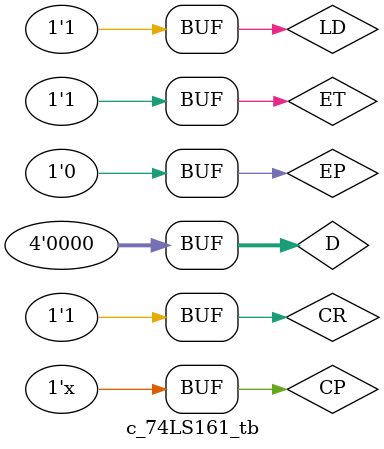
<source format=v>
module sel_8_1(
    input n_EN,
    input [2:0] sel,
    input [7:0] D,
    output reg Y
    );
    
always @(n_EN or sel or D)
    if (!n_EN)
        case(sel)
            3'b000: Y = D[0];
            3'b001: Y = D[1];
            3'b010: Y = D[2];
            3'b011: Y = D[3];
            3'b100: Y = D[4];
            3'b101: Y = D[5];
            3'b110: Y = D[6];
            3'b111: Y = D[7];
            default: Y = 0; // Default case for undefined select values
        endcase
    else
        Y = 0; // When enable signal is high, output is forced to zero
endmodule


module sel_8_1_tb;

	// Inputs
	reg n_EN;
	reg [2:0] sel;
	reg [7:0] D;

	// Outputs
	wire Y;

	// Instantiate the Unit Under Test (UUT)
	sel_8_1 uut (
		.n_EN(n_EN), 
		.sel(sel), 
		.D(D), 
		.Y(Y)
	);

	initial begin
		// Initialize Inputs
		n_EN = 0;
		sel = 000;
		D = 170;

		// Wait 100 ns for global reset to finish
		#100;
		n_EN = 0;
		sel = 1;
		D = 170;
       
		#100;
		n_EN = 0;
		sel =010;
		D = 170;

 		#100;
		n_EN = 0;
		sel =011;
		D = 170;

		#100;
		n_EN = 0;
		sel =100;
		D = 170;

		#100;
		n_EN = 0;
		sel =101;
		D = 170;
	
		#100;
		n_EN = 0;
		sel =110;
		D = 170;
		
		#100;
		n_EN = 0;
		sel =111;
		D = 170;
		// Add stimulus here

	end
      
endmodule


module decoder_3_8(
    input [2:0] A,
    input EN,
    output reg [7:0] D
    );

always@(*)
begin
    case(A)
        3'b000: D = 8'b00000001;
        3'b001: D = 8'b00000010;
        3'b010: D = 8'b00000100;
        3'b011: D = 8'b00001000;
        3'b100: D = 8'b00010000;
        3'b101: D = 8'b00100000;
        3'b110: D = 8'b01000000;
        3'b111: D = 8'b10000000;
        default: D = 8'b00000000;
    endcase
end
endmodule



module deocoder_3_8_tb;

	// Inputs
	reg [2:0] A;
	reg EN;

	// Outputs
	wire [7:0] D;

	// Instantiate the Unit Under Test (UUT)
	decoder_3_8 uut (
		.A(A), 
		.EN(EN), 
		.D(D)
	);

initial begin
    // Test case 1
    A = 3'b000; EN = 1; #10;
    // Test case 2
    A = 3'b001; EN = 1; #10;
    // Test case 3
    A = 3'b010; EN = 1; #10;
    // Test case 4
    A = 3'b011; EN = 1; #10;
    // Test case 5
    A = 3'b100; EN = 1; #10;
    // Test case 6
    A = 3'b101; EN = 1; #10;
    // Test case 7
    A = 3'b110; EN = 1; #10;
    // Test case 8
    A = 3'b111; EN = 1; #10;
    // Disable decoder
    EN = 0; #10;
    // End simulation
    $finish;
end
      
endmodule


module c_74LS161(
    input CP,
    input CR,
    input LD,
    input EP,
    input ET,
    input [3:0] D,
    output reg [3:0] Q,
    output reg CO
);

always @(posedge CP or negedge CR) begin
    if(~CR) begin 
        Q <= 4'b0000;
        CO <= 1'b0;
    end
    else if(~LD) begin 
        Q <= D;
        CO <= 1'b0;
    end
    else begin 
        case({EP, ET})
            2'bx0: begin Q <= Q; CO <= 1'b0; end
            2'b01: begin Q <= Q; CO <= CO; end
            2'b11: begin 
                Q <= Q + 1'b1; 
                CO <= (Q == 4'b1111); 
            end
        endcase
    end
end

endmodule



module c_74LS161_tb;

	// Inputs
	reg CP;
	reg CR;
	reg LD;
	reg EP;
	reg ET;
	reg [3:0] D;

	// Outputs
	wire [3:0] Q;
	wire CO;

	// Instantiate the Unit Under Test (UUT)
	c_74LS161 uut (
		.CP(CP), 
		.CR(CR), 
		.LD(LD), 
		.EP(EP), 
		.ET(ET), 
		.D(D), 
		.Q(Q), 
		.CO(CO)
	);

	initial 
		CP = 1;
	always
		#5 CP = ~CP;

	initial begin
		
		//同步并入
		CR = 1;
		LD = 0;
		D = 4'b1010;
		//EP = x;ET = x;
		#100;
		
		//异步清零
		CR = 0;
		EP = 0;
		ET = 0;
		D = 4'b0000;
		#100;
		
		//计数
		CR = 1;
		LD = 1;
		EP = 1;ET = 1;
		#150;
		
		//保持CO=Q3Q2Q1Q0
		CR = 1;
		LD = 1;
		EP = 0;
		ET = 1;
		#100;
		
		//保持CO=0
		CR = 1;
		LD = 1;
		//EP = x;
		ET = 1;
		#100;
		
						
	end
      
endmodule


</source>
